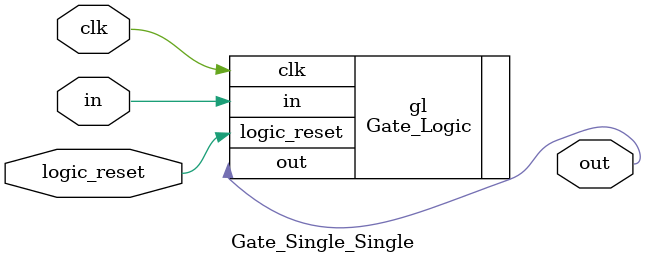
<source format=v>
module Gate_Single_Single (        
    input wire clk,
    input wire logic_reset,       
    input wire in, 
    output wire out
);

    Gate_Logic gl (
        .clk(clk),
        .logic_reset(logic_reset),
        .in(in),
        .out(out)
    );

endmodule
</source>
